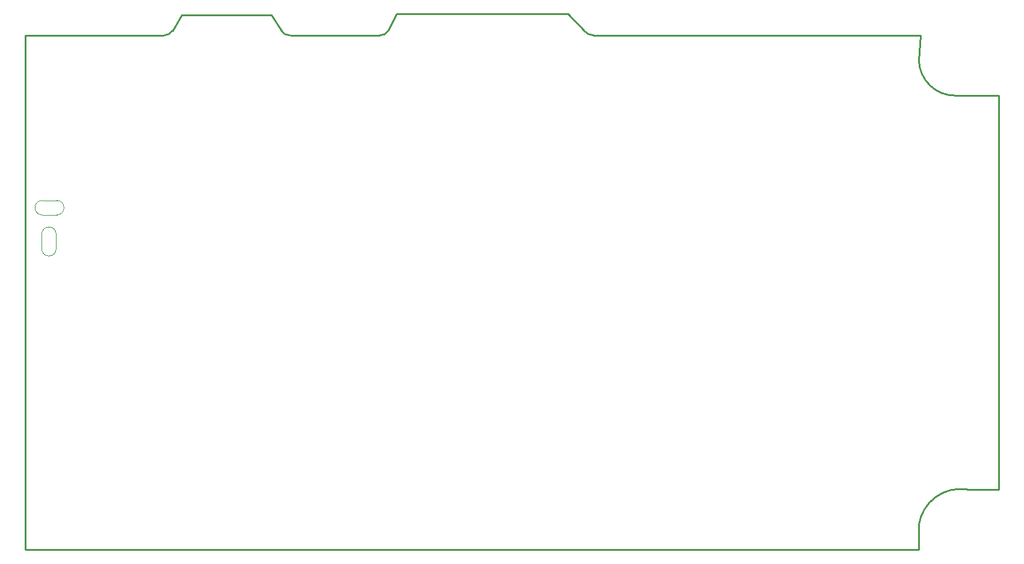
<source format=gm1>
G04 #@! TF.GenerationSoftware,KiCad,Pcbnew,8.0.1*
G04 #@! TF.CreationDate,2024-04-29T13:46:07+02:00*
G04 #@! TF.ProjectId,spider2,73706964-6572-4322-9e6b-696361645f70,rev?*
G04 #@! TF.SameCoordinates,Original*
G04 #@! TF.FileFunction,Profile,NP*
%FSLAX46Y46*%
G04 Gerber Fmt 4.6, Leading zero omitted, Abs format (unit mm)*
G04 Created by KiCad (PCBNEW 8.0.1) date 2024-04-29 13:46:07*
%MOMM*%
%LPD*%
G01*
G04 APERTURE LIST*
G04 #@! TA.AperFunction,Profile*
%ADD10C,0.254000*%
G04 #@! TD*
G04 #@! TA.AperFunction,Profile*
%ADD11C,0.100000*%
G04 #@! TD*
G04 APERTURE END LIST*
D10*
X188734215Y-29941118D02*
X189900000Y-27600000D01*
X268644600Y-39091600D02*
G75*
G02*
X263394600Y-34091600I-125000J5125000D01*
G01*
X172275000Y-27761600D02*
X173690001Y-29939998D01*
X188734215Y-29941118D02*
G75*
G02*
X187470000Y-30610004I-1190015J720018D01*
G01*
X174954216Y-30608880D02*
X187470000Y-30610000D01*
X263394600Y-103091600D02*
X263394600Y-99591600D01*
D11*
X143092894Y-54857106D02*
X143092894Y-54900000D01*
X143092894Y-54900000D02*
G75*
G02*
X142092894Y-55899994I-999994J0D01*
G01*
D10*
X270144600Y-94591600D02*
X274644600Y-94591600D01*
X158389543Y-29920607D02*
G75*
G02*
X157125326Y-30589524I-1190043J720007D01*
G01*
D11*
X139007106Y-54857106D02*
X139007106Y-54900000D01*
D10*
X158389543Y-29920607D02*
X159675000Y-27761600D01*
D11*
X140007106Y-55900000D02*
G75*
G02*
X139007100Y-54900000I-6J1000000D01*
G01*
D10*
X137644600Y-103091600D02*
X263394600Y-103091600D01*
X274644600Y-94591600D02*
X274644600Y-39091600D01*
D11*
X139007106Y-54857106D02*
G75*
G02*
X140007106Y-53857106I999994J6D01*
G01*
D10*
X217579797Y-30584101D02*
G75*
G02*
X216293038Y-29959722I26103J1691901D01*
G01*
D11*
X139949999Y-58607107D02*
G75*
G02*
X140949999Y-57607099I1000001J7D01*
G01*
D10*
X137644600Y-30591600D02*
X157125328Y-30589489D01*
D11*
X139949999Y-60692895D02*
X139949999Y-58607107D01*
X140949999Y-61692895D02*
G75*
G02*
X139950005Y-60692895I1J999995D01*
G01*
D10*
X174954216Y-30608880D02*
G75*
G02*
X173690001Y-29939998I-74216J1388880D01*
G01*
X263394600Y-99591600D02*
G75*
G02*
X270144601Y-94591600I5875000J-875000D01*
G01*
D11*
X140992893Y-57607107D02*
X140949999Y-57607107D01*
D10*
X217579797Y-30584101D02*
X263644600Y-30591600D01*
X159675000Y-27761600D02*
X172275000Y-27761600D01*
X137644600Y-30591600D02*
X137644600Y-103091600D01*
X189900000Y-27600000D02*
X213975000Y-27600000D01*
X263644600Y-30591600D02*
X263394600Y-34091600D01*
D11*
X141992893Y-60692895D02*
X141992893Y-58607107D01*
X141992893Y-60692895D02*
G75*
G02*
X140992893Y-61692893I-999993J-5D01*
G01*
X142092894Y-55900000D02*
X140007106Y-55900000D01*
X140992893Y-61692895D02*
X140949999Y-61692895D01*
X142092894Y-53857106D02*
X140007106Y-53857106D01*
X142092894Y-53857106D02*
G75*
G02*
X143092894Y-54857106I6J-999994D01*
G01*
D10*
X268644600Y-39091600D02*
X274644600Y-39091600D01*
D11*
X140992893Y-57607107D02*
G75*
G02*
X141992893Y-58607107I7J-999993D01*
G01*
D10*
X213975000Y-27600000D02*
X216293008Y-29959747D01*
M02*

</source>
